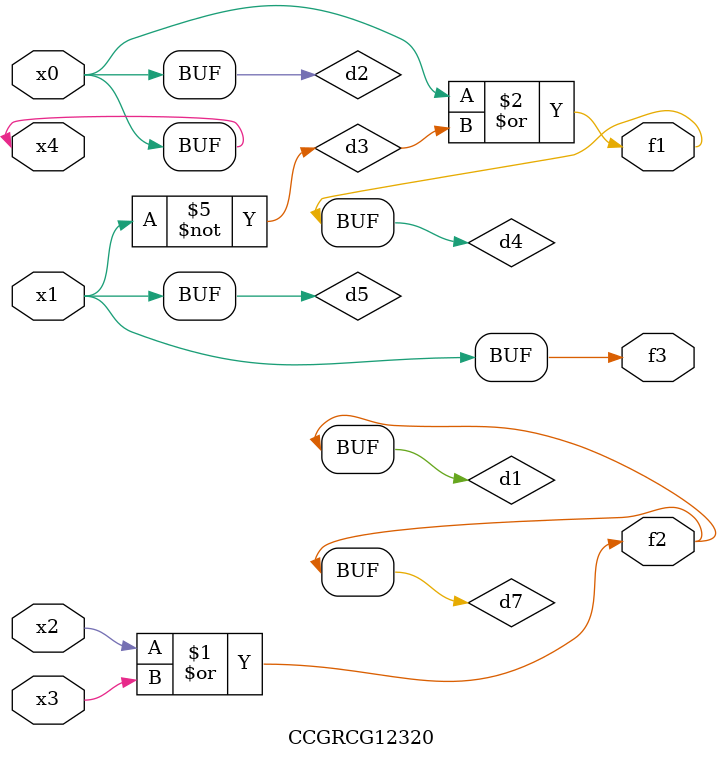
<source format=v>
module CCGRCG12320(
	input x0, x1, x2, x3, x4,
	output f1, f2, f3
);

	wire d1, d2, d3, d4, d5, d6, d7;

	or (d1, x2, x3);
	buf (d2, x0, x4);
	not (d3, x1);
	or (d4, d2, d3);
	not (d5, d3);
	nand (d6, d1, d3);
	or (d7, d1);
	assign f1 = d4;
	assign f2 = d7;
	assign f3 = d5;
endmodule

</source>
